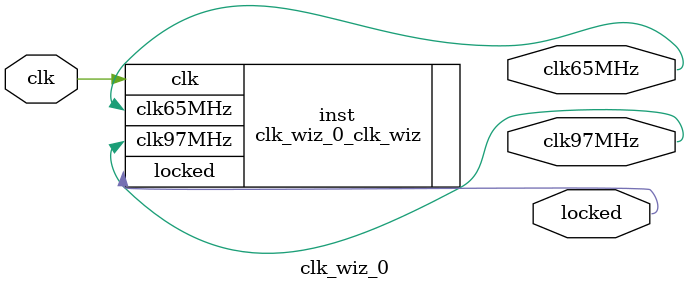
<source format=v>


`timescale 1ps/1ps

(* CORE_GENERATION_INFO = "clk_wiz_0,clk_wiz_v6_0_14_0_0,{component_name=clk_wiz_0,use_phase_alignment=true,use_min_o_jitter=false,use_max_i_jitter=false,use_dyn_phase_shift=false,use_inclk_switchover=false,use_dyn_reconfig=false,enable_axi=0,feedback_source=FDBK_AUTO,PRIMITIVE=MMCM,num_out_clk=2,clkin1_period=10.000,clkin2_period=10.000,use_power_down=false,use_reset=false,use_locked=true,use_inclk_stopped=false,feedback_type=SINGLE,CLOCK_MGR_TYPE=NA,manual_override=false}" *)

module clk_wiz_0 
 (
  // Clock out ports
  output        clk97MHz,
  output        clk65MHz,
  // Status and control signals
  output        locked,
 // Clock in ports
  input         clk
 );

  clk_wiz_0_clk_wiz inst
  (
  // Clock out ports  
  .clk97MHz(clk97MHz),
  .clk65MHz(clk65MHz),
  // Status and control signals               
  .locked(locked),
 // Clock in ports
  .clk(clk)
  );

endmodule

</source>
